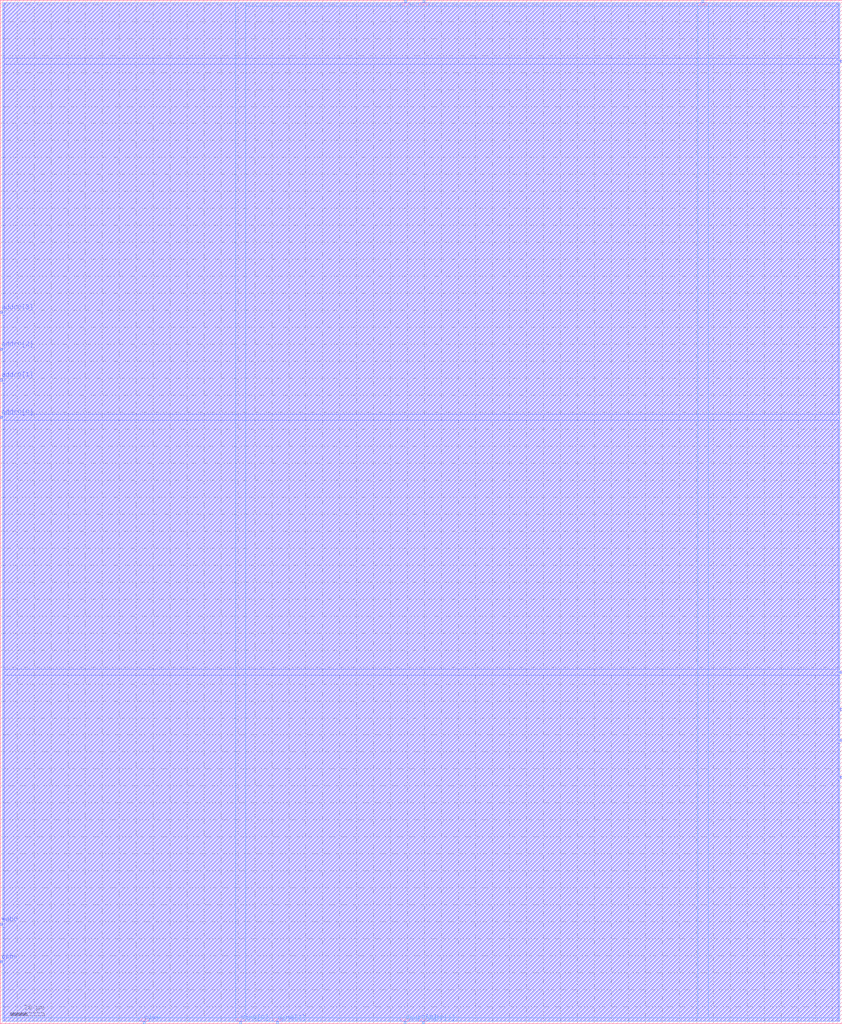
<source format=lef>
VERSION 5.4 ;
NAMESCASESENSITIVE ON ;
BUSBITCHARS "[]" ;
DIVIDERCHAR "/" ;
UNITS
  DATABASE MICRONS 2000 ;
END UNITS
MACRO sram_1rw1r0w_2_16_scn4m_subm
   CLASS BLOCK ;
   SIZE 496.0 BY 602.6 ;
   SYMMETRY X Y R90 ;
   PIN din0[0]
      DIRECTION INPUT ;
      PORT
         LAYER metal4 ;
         RECT  141.0 0.0 142.2 1.2 ;
      END
   END din0[0]
   PIN din0[1]
      DIRECTION INPUT ;
      PORT
         LAYER metal4 ;
         RECT  162.8 0.0 164.0 1.2 ;
      END
   END din0[1]
   PIN addr0[0]
      DIRECTION INPUT ;
      PORT
         LAYER metal3 ;
         RECT  0.0 356.4 1.2 357.6 ;
      END
   END addr0[0]
   PIN addr0[1]
      DIRECTION INPUT ;
      PORT
         LAYER metal3 ;
         RECT  0.0 378.4 1.2 379.6 ;
      END
   END addr0[1]
   PIN addr0[2]
      DIRECTION INPUT ;
      PORT
         LAYER metal3 ;
         RECT  0.0 396.4 1.2 397.6 ;
      END
   END addr0[2]
   PIN addr0[3]
      DIRECTION INPUT ;
      PORT
         LAYER metal3 ;
         RECT  0.0 418.4 1.2 419.6 ;
      END
   END addr0[3]
   PIN addr1[0]
      DIRECTION INPUT ;
      PORT
         LAYER metal3 ;
         RECT  494.8 206.4 496.0 207.6 ;
      END
   END addr1[0]
   PIN addr1[1]
      DIRECTION INPUT ;
      PORT
         LAYER metal3 ;
         RECT  494.8 184.4 496.0 185.6 ;
      END
   END addr1[1]
   PIN addr1[2]
      DIRECTION INPUT ;
      PORT
         LAYER metal3 ;
         RECT  494.8 166.4 496.0 167.6 ;
      END
   END addr1[2]
   PIN addr1[3]
      DIRECTION INPUT ;
      PORT
         LAYER metal3 ;
         RECT  494.8 144.4 496.0 145.6 ;
      END
   END addr1[3]
   PIN csb0
      DIRECTION INPUT ;
      PORT
         LAYER metal3 ;
         RECT  0.0 36.0 1.2 37.2 ;
      END
   END csb0
   PIN csb1
      DIRECTION INPUT ;
      PORT
         LAYER metal3 ;
         RECT  494.8 566.0 496.0 567.2 ;
      END
   END csb1
   PIN web0
      DIRECTION INPUT ;
      PORT
         LAYER metal3 ;
         RECT  0.0 58.0 1.2 59.2 ;
      END
   END web0
   PIN clk0
      DIRECTION INPUT ;
      PORT
         LAYER metal4 ;
         RECT  84.2 0.0 85.4 1.2 ;
      END
   END clk0
   PIN clk1
      DIRECTION INPUT ;
      PORT
         LAYER metal4 ;
         RECT  413.4 601.4 414.6 602.6 ;
      END
   END clk1
   PIN dout0[0]
      DIRECTION OUTPUT ;
      PORT
         LAYER metal4 ;
         RECT  237.9 0.0 239.1 1.2 ;
      END
   END dout0[0]
   PIN dout0[1]
      DIRECTION OUTPUT ;
      PORT
         LAYER metal4 ;
         RECT  248.7 0.0 249.9 1.2 ;
      END
   END dout0[1]
   PIN dout1[0]
      DIRECTION OUTPUT ;
      PORT
         LAYER metal4 ;
         RECT  238.1 601.4 239.3 602.6 ;
      END
   END dout1[0]
   PIN dout1[1]
      DIRECTION OUTPUT ;
      PORT
         LAYER metal4 ;
         RECT  248.9 601.4 250.1 602.6 ;
      END
   END dout1[1]
   PIN vdd
      DIRECTION INOUT ;
      USE POWER ; 
      SHAPE ABUTMENT ; 
      PORT
      END
   END vdd
   PIN gnd
      DIRECTION INOUT ;
      USE GROUND ; 
      SHAPE ABUTMENT ; 
      PORT
      END
   END gnd
   OBS
   LAYER  metal1 ;
      RECT  1.4 1.4 494.6 601.2 ;
   LAYER  metal2 ;
      RECT  1.4 1.4 494.6 601.2 ;
   LAYER  metal3 ;
      RECT  2.4 355.2 494.6 358.8 ;
      RECT  1.4 358.8 2.4 377.2 ;
      RECT  1.4 380.8 2.4 395.2 ;
      RECT  1.4 398.8 2.4 417.2 ;
      RECT  1.4 420.8 2.4 601.2 ;
      RECT  2.4 1.4 493.6 205.2 ;
      RECT  2.4 205.2 493.6 208.8 ;
      RECT  2.4 208.8 493.6 355.2 ;
      RECT  493.6 208.8 494.6 355.2 ;
      RECT  493.6 186.8 494.6 205.2 ;
      RECT  493.6 168.8 494.6 183.2 ;
      RECT  493.6 1.4 494.6 143.2 ;
      RECT  493.6 146.8 494.6 165.2 ;
      RECT  1.4 1.4 2.4 34.8 ;
      RECT  2.4 358.8 493.6 564.8 ;
      RECT  2.4 564.8 493.6 568.4 ;
      RECT  2.4 568.4 493.6 601.2 ;
      RECT  493.6 358.8 494.6 564.8 ;
      RECT  493.6 568.4 494.6 601.2 ;
      RECT  1.4 38.4 2.4 56.8 ;
      RECT  1.4 60.4 2.4 355.2 ;
   LAYER  metal4 ;
      RECT  1.4 3.6 138.6 601.2 ;
      RECT  138.6 3.6 144.6 601.2 ;
      RECT  144.6 1.4 160.4 3.6 ;
      RECT  1.4 1.4 81.8 3.6 ;
      RECT  87.8 1.4 138.6 3.6 ;
      RECT  144.6 3.6 411.0 599.0 ;
      RECT  411.0 3.6 417.0 599.0 ;
      RECT  417.0 3.6 494.6 599.0 ;
      RECT  417.0 599.0 494.6 601.2 ;
      RECT  166.4 1.4 235.5 3.6 ;
      RECT  241.5 1.4 246.3 3.6 ;
      RECT  252.3 1.4 494.6 3.6 ;
      RECT  144.6 599.0 235.7 601.2 ;
      RECT  241.7 599.0 246.5 601.2 ;
      RECT  252.5 599.0 411.0 601.2 ;
   END
END    sram_1rw1r0w_2_16_scn4m_subm
END    LIBRARY

</source>
